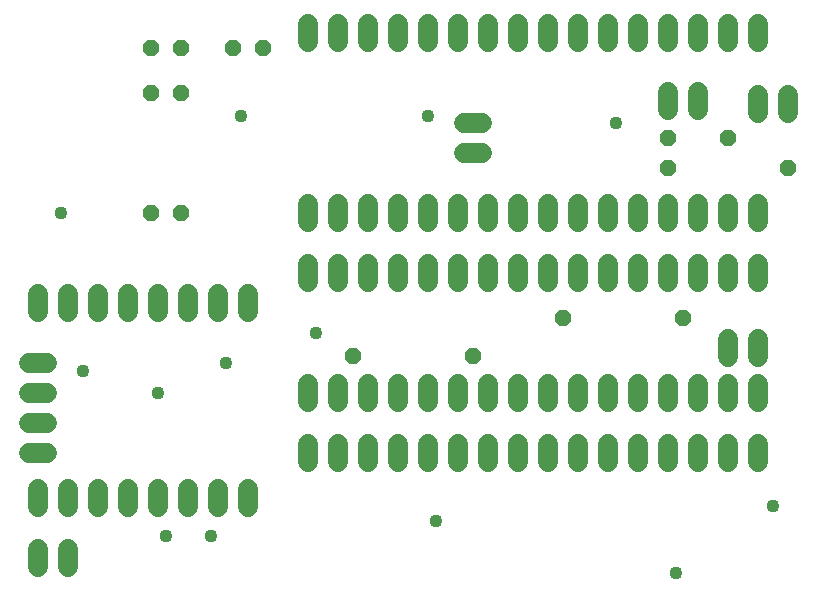
<source format=gbs>
G75*
%MOIN*%
%OFA0B0*%
%FSLAX25Y25*%
%IPPOS*%
%LPD*%
%AMOC8*
5,1,8,0,0,1.08239X$1,22.5*
%
%ADD10C,0.06600*%
%ADD11OC8,0.05400*%
%ADD12C,0.04362*%
D10*
X0021800Y0022600D02*
X0021800Y0028600D01*
X0031800Y0028600D02*
X0031800Y0022600D01*
X0031800Y0042600D02*
X0031800Y0048600D01*
X0021800Y0048600D02*
X0021800Y0042600D01*
X0041800Y0042600D02*
X0041800Y0048600D01*
X0051800Y0048600D02*
X0051800Y0042600D01*
X0061800Y0042600D02*
X0061800Y0048600D01*
X0071800Y0048600D02*
X0071800Y0042600D01*
X0081800Y0042600D02*
X0081800Y0048600D01*
X0091800Y0048600D02*
X0091800Y0042600D01*
X0111800Y0057600D02*
X0111800Y0063600D01*
X0121800Y0063600D02*
X0121800Y0057600D01*
X0131800Y0057600D02*
X0131800Y0063600D01*
X0141800Y0063600D02*
X0141800Y0057600D01*
X0151800Y0057600D02*
X0151800Y0063600D01*
X0161800Y0063600D02*
X0161800Y0057600D01*
X0171800Y0057600D02*
X0171800Y0063600D01*
X0181800Y0063600D02*
X0181800Y0057600D01*
X0191800Y0057600D02*
X0191800Y0063600D01*
X0201800Y0063600D02*
X0201800Y0057600D01*
X0211800Y0057600D02*
X0211800Y0063600D01*
X0221800Y0063600D02*
X0221800Y0057600D01*
X0231800Y0057600D02*
X0231800Y0063600D01*
X0241800Y0063600D02*
X0241800Y0057600D01*
X0251800Y0057600D02*
X0251800Y0063600D01*
X0261800Y0063600D02*
X0261800Y0057600D01*
X0261800Y0077600D02*
X0261800Y0083600D01*
X0251800Y0083600D02*
X0251800Y0077600D01*
X0241800Y0077600D02*
X0241800Y0083600D01*
X0231800Y0083600D02*
X0231800Y0077600D01*
X0221800Y0077600D02*
X0221800Y0083600D01*
X0211800Y0083600D02*
X0211800Y0077600D01*
X0201800Y0077600D02*
X0201800Y0083600D01*
X0191800Y0083600D02*
X0191800Y0077600D01*
X0181800Y0077600D02*
X0181800Y0083600D01*
X0171800Y0083600D02*
X0171800Y0077600D01*
X0161800Y0077600D02*
X0161800Y0083600D01*
X0151800Y0083600D02*
X0151800Y0077600D01*
X0141800Y0077600D02*
X0141800Y0083600D01*
X0131800Y0083600D02*
X0131800Y0077600D01*
X0121800Y0077600D02*
X0121800Y0083600D01*
X0111800Y0083600D02*
X0111800Y0077600D01*
X0091800Y0107600D02*
X0091800Y0113600D01*
X0081800Y0113600D02*
X0081800Y0107600D01*
X0071800Y0107600D02*
X0071800Y0113600D01*
X0061800Y0113600D02*
X0061800Y0107600D01*
X0051800Y0107600D02*
X0051800Y0113600D01*
X0041800Y0113600D02*
X0041800Y0107600D01*
X0031800Y0107600D02*
X0031800Y0113600D01*
X0021800Y0113600D02*
X0021800Y0107600D01*
X0024800Y0090600D02*
X0018800Y0090600D01*
X0018800Y0080600D02*
X0024800Y0080600D01*
X0024800Y0070600D02*
X0018800Y0070600D01*
X0018800Y0060600D02*
X0024800Y0060600D01*
X0111800Y0117600D02*
X0111800Y0123600D01*
X0121800Y0123600D02*
X0121800Y0117600D01*
X0131800Y0117600D02*
X0131800Y0123600D01*
X0141800Y0123600D02*
X0141800Y0117600D01*
X0151800Y0117600D02*
X0151800Y0123600D01*
X0161800Y0123600D02*
X0161800Y0117600D01*
X0171800Y0117600D02*
X0171800Y0123600D01*
X0181800Y0123600D02*
X0181800Y0117600D01*
X0191800Y0117600D02*
X0191800Y0123600D01*
X0201800Y0123600D02*
X0201800Y0117600D01*
X0211800Y0117600D02*
X0211800Y0123600D01*
X0221800Y0123600D02*
X0221800Y0117600D01*
X0231800Y0117600D02*
X0231800Y0123600D01*
X0241800Y0123600D02*
X0241800Y0117600D01*
X0251800Y0117600D02*
X0251800Y0123600D01*
X0261800Y0123600D02*
X0261800Y0117600D01*
X0261800Y0098600D02*
X0261800Y0092600D01*
X0251800Y0092600D02*
X0251800Y0098600D01*
X0251800Y0137600D02*
X0251800Y0143600D01*
X0261800Y0143600D02*
X0261800Y0137600D01*
X0241800Y0137600D02*
X0241800Y0143600D01*
X0231800Y0143600D02*
X0231800Y0137600D01*
X0221800Y0137600D02*
X0221800Y0143600D01*
X0211800Y0143600D02*
X0211800Y0137600D01*
X0201800Y0137600D02*
X0201800Y0143600D01*
X0191800Y0143600D02*
X0191800Y0137600D01*
X0181800Y0137600D02*
X0181800Y0143600D01*
X0171800Y0143600D02*
X0171800Y0137600D01*
X0161800Y0137600D02*
X0161800Y0143600D01*
X0151800Y0143600D02*
X0151800Y0137600D01*
X0141800Y0137600D02*
X0141800Y0143600D01*
X0131800Y0143600D02*
X0131800Y0137600D01*
X0121800Y0137600D02*
X0121800Y0143600D01*
X0111800Y0143600D02*
X0111800Y0137600D01*
X0163800Y0160600D02*
X0169800Y0160600D01*
X0169800Y0170600D02*
X0163800Y0170600D01*
X0161800Y0197600D02*
X0161800Y0203600D01*
X0151800Y0203600D02*
X0151800Y0197600D01*
X0141800Y0197600D02*
X0141800Y0203600D01*
X0131800Y0203600D02*
X0131800Y0197600D01*
X0121800Y0197600D02*
X0121800Y0203600D01*
X0111800Y0203600D02*
X0111800Y0197600D01*
X0171800Y0197600D02*
X0171800Y0203600D01*
X0181800Y0203600D02*
X0181800Y0197600D01*
X0191800Y0197600D02*
X0191800Y0203600D01*
X0201800Y0203600D02*
X0201800Y0197600D01*
X0211800Y0197600D02*
X0211800Y0203600D01*
X0221800Y0203600D02*
X0221800Y0197600D01*
X0231800Y0197600D02*
X0231800Y0203600D01*
X0241800Y0203600D02*
X0241800Y0197600D01*
X0251800Y0197600D02*
X0251800Y0203600D01*
X0261800Y0203600D02*
X0261800Y0197600D01*
X0261800Y0180100D02*
X0261800Y0174100D01*
X0271800Y0174100D02*
X0271800Y0180100D01*
X0241800Y0181100D02*
X0241800Y0175100D01*
X0231800Y0175100D02*
X0231800Y0181100D01*
D11*
X0231800Y0165600D03*
X0231800Y0155600D03*
X0251800Y0165600D03*
X0271800Y0155600D03*
X0236800Y0105600D03*
X0196800Y0105600D03*
X0166800Y0093100D03*
X0126800Y0093100D03*
X0069300Y0140600D03*
X0059300Y0140600D03*
X0059300Y0180600D03*
X0069300Y0180600D03*
X0069300Y0195600D03*
X0059300Y0195600D03*
X0086800Y0195600D03*
X0096800Y0195600D03*
D12*
X0089300Y0173100D03*
X0029300Y0140600D03*
X0084300Y0090600D03*
X0061800Y0080600D03*
X0036800Y0088100D03*
X0064300Y0033100D03*
X0079300Y0033100D03*
X0154300Y0038100D03*
X0114300Y0100600D03*
X0151800Y0173100D03*
X0214300Y0170600D03*
X0266800Y0043100D03*
X0234300Y0020600D03*
M02*

</source>
